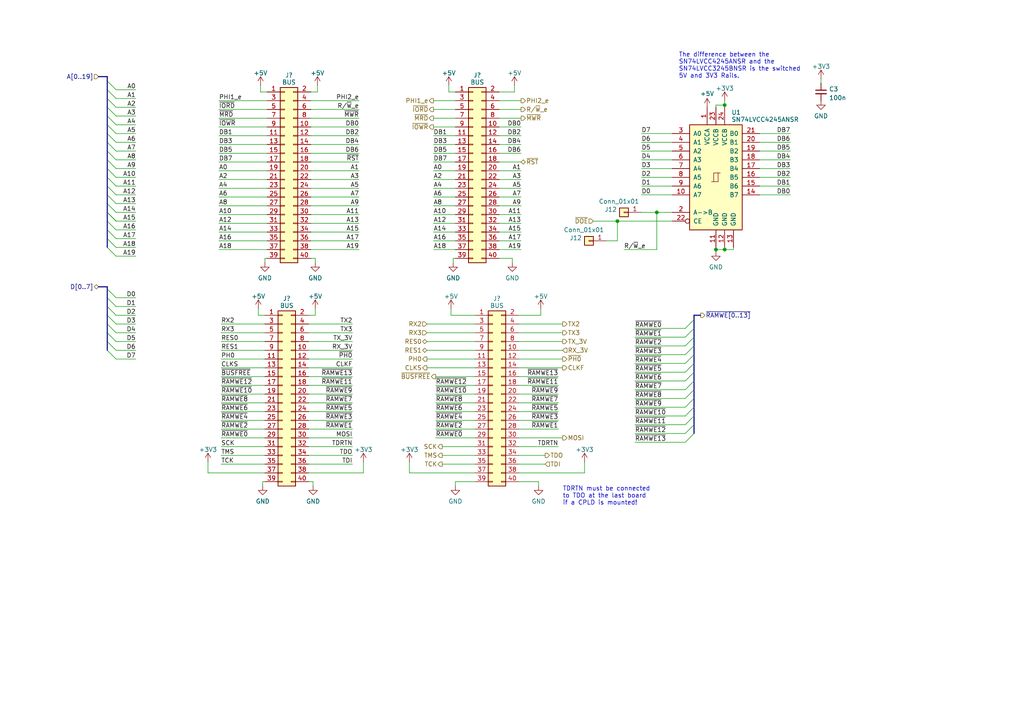
<source format=kicad_sch>
(kicad_sch (version 20230121) (generator eeschema)
  (paper "A4")
  (title_block (title "Unicomp v2 - MOS Multi Parallel Board") (date "2023-07-06") (rev "v1.1") (company "100% Offner") (comment 1 "v1: Initial") (comment 2 "v1.1: ~{DOE} is now ~{CS_ACIA} and ~{CS_ACIA2}, J27-1 is now inverted."))
  (lib_symbols
    (symbol "+5V_1" (power) (pin_names (offset 0))
      (property "Value" "+5V_1" (at 0 3.556 0))
      (symbol "+5V_1_0_1"
        (polyline (pts (xy -0.762 1.27) (xy 0 2.54)))
        (polyline (pts (xy 0 0) (xy 0 2.54)))
        (polyline (pts (xy 0 2.54) (xy 0.762 1.27)))
      )
      (symbol "+5V_1_1_1"
        (pin power_in line (at 0 0 90) (length 0) hide (name "+5V") (number "1"))
      )
    )
    (symbol "Connector_Generic:Conn_01x01" (pin_names (offset 1.016) hide)
      (property "Reference" "J" (at 0 2.54 0))
      (property "Value" "Conn_01x01" (at 0 -2.54 0))
      (symbol "Conn_01x01_1_1"
        (rectangle (start -1.27 0.127) (end 0 -0.127) (stroke (width 0.1524)))
        (rectangle (start -1.27 1.27) (end 1.27 -1.27) (stroke (width 0.254)) (fill (type background)))
        (pin passive line (at -5.08 0 0) (length 3.81) (name "Pin_1") (number "1"))
      )
    )
    (symbol "Connector_Generic:Conn_02x20_Odd_Even" (pin_names (offset 1.016) hide)
      (property "Reference" "J" (at 1.27 25.4 0))
      (property "Value" "Conn_02x20_Odd_Even" (at 1.27 -27.94 0))
      (symbol "Conn_02x20_Odd_Even_1_1"
        (rectangle (start -1.27 -25.273) (end 0 -25.527) (stroke (width 0.1524)))
        (rectangle (start -1.27 -22.733) (end 0 -22.987) (stroke (width 0.1524)))
        (rectangle (start -1.27 -20.193) (end 0 -20.447) (stroke (width 0.1524)))
        (rectangle (start -1.27 -17.653) (end 0 -17.907) (stroke (width 0.1524)))
        (rectangle (start -1.27 -15.113) (end 0 -15.367) (stroke (width 0.1524)))
        (rectangle (start -1.27 -12.573) (end 0 -12.827) (stroke (width 0.1524)))
        (rectangle (start -1.27 -10.033) (end 0 -10.287) (stroke (width 0.1524)))
        (rectangle (start -1.27 -7.493) (end 0 -7.747) (stroke (width 0.1524)))
        (rectangle (start -1.27 -4.953) (end 0 -5.207) (stroke (width 0.1524)))
        (rectangle (start -1.27 -2.413) (end 0 -2.667) (stroke (width 0.1524)))
        (rectangle (start -1.27 0.127) (end 0 -0.127) (stroke (width 0.1524)))
        (rectangle (start -1.27 2.667) (end 0 2.413) (stroke (width 0.1524)))
        (rectangle (start -1.27 5.207) (end 0 4.953) (stroke (width 0.1524)))
        (rectangle (start -1.27 7.747) (end 0 7.493) (stroke (width 0.1524)))
        (rectangle (start -1.27 10.287) (end 0 10.033) (stroke (width 0.1524)))
        (rectangle (start -1.27 12.827) (end 0 12.573) (stroke (width 0.1524)))
        (rectangle (start -1.27 15.367) (end 0 15.113) (stroke (width 0.1524)))
        (rectangle (start -1.27 17.907) (end 0 17.653) (stroke (width 0.1524)))
        (rectangle (start -1.27 20.447) (end 0 20.193) (stroke (width 0.1524)))
        (rectangle (start -1.27 22.987) (end 0 22.733) (stroke (width 0.1524)))
        (rectangle (start -1.27 24.13) (end 3.81 -26.67) (stroke (width 0.254)) (fill (type background)))
        (rectangle (start 3.81 -25.273) (end 2.54 -25.527) (stroke (width 0.1524)))
        (rectangle (start 3.81 -22.733) (end 2.54 -22.987) (stroke (width 0.1524)))
        (rectangle (start 3.81 -20.193) (end 2.54 -20.447) (stroke (width 0.1524)))
        (rectangle (start 3.81 -17.653) (end 2.54 -17.907) (stroke (width 0.1524)))
        (rectangle (start 3.81 -15.113) (end 2.54 -15.367) (stroke (width 0.1524)))
        (rectangle (start 3.81 -12.573) (end 2.54 -12.827) (stroke (width 0.1524)))
        (rectangle (start 3.81 -10.033) (end 2.54 -10.287) (stroke (width 0.1524)))
        (rectangle (start 3.81 -7.493) (end 2.54 -7.747) (stroke (width 0.1524)))
        (rectangle (start 3.81 -4.953) (end 2.54 -5.207) (stroke (width 0.1524)))
        (rectangle (start 3.81 -2.413) (end 2.54 -2.667) (stroke (width 0.1524)))
        (rectangle (start 3.81 0.127) (end 2.54 -0.127) (stroke (width 0.1524)))
        (rectangle (start 3.81 2.667) (end 2.54 2.413) (stroke (width 0.1524)))
        (rectangle (start 3.81 5.207) (end 2.54 4.953) (stroke (width 0.1524)))
        (rectangle (start 3.81 7.747) (end 2.54 7.493) (stroke (width 0.1524)))
        (rectangle (start 3.81 10.287) (end 2.54 10.033) (stroke (width 0.1524)))
        (rectangle (start 3.81 12.827) (end 2.54 12.573) (stroke (width 0.1524)))
        (rectangle (start 3.81 15.367) (end 2.54 15.113) (stroke (width 0.1524)))
        (rectangle (start 3.81 17.907) (end 2.54 17.653) (stroke (width 0.1524)))
        (rectangle (start 3.81 20.447) (end 2.54 20.193) (stroke (width 0.1524)))
        (rectangle (start 3.81 22.987) (end 2.54 22.733) (stroke (width 0.1524)))
        (pin passive line (at -5.08 22.86 0) (length 3.81) (name "Pin_1") (number "1"))
        (pin passive line (at 7.62 12.7 180) (length 3.81) (name "Pin_10") (number "10"))
        (pin passive line (at -5.08 10.16 0) (length 3.81) (name "Pin_11") (number "11"))
        (pin passive line (at 7.62 10.16 180) (length 3.81) (name "Pin_12") (number "12"))
        (pin passive line (at -5.08 7.62 0) (length 3.81) (name "Pin_13") (number "13"))
        (pin passive line (at 7.62 7.62 180) (length 3.81) (name "Pin_14") (number "14"))
        (pin passive line (at -5.08 5.08 0) (length 3.81) (name "Pin_15") (number "15"))
        (pin passive line (at 7.62 5.08 180) (length 3.81) (name "Pin_16") (number "16"))
        (pin passive line (at -5.08 2.54 0) (length 3.81) (name "Pin_17") (number "17"))
        (pin passive line (at 7.62 2.54 180) (length 3.81) (name "Pin_18") (number "18"))
        (pin passive line (at -5.08 0 0) (length 3.81) (name "Pin_19") (number "19"))
        (pin passive line (at 7.62 22.86 180) (length 3.81) (name "Pin_2") (number "2"))
        (pin passive line (at 7.62 0 180) (length 3.81) (name "Pin_20") (number "20"))
        (pin passive line (at -5.08 -2.54 0) (length 3.81) (name "Pin_21") (number "21"))
        (pin passive line (at 7.62 -2.54 180) (length 3.81) (name "Pin_22") (number "22"))
        (pin passive line (at -5.08 -5.08 0) (length 3.81) (name "Pin_23") (number "23"))
        (pin passive line (at 7.62 -5.08 180) (length 3.81) (name "Pin_24") (number "24"))
        (pin passive line (at -5.08 -7.62 0) (length 3.81) (name "Pin_25") (number "25"))
        (pin passive line (at 7.62 -7.62 180) (length 3.81) (name "Pin_26") (number "26"))
        (pin passive line (at -5.08 -10.16 0) (length 3.81) (name "Pin_27") (number "27"))
        (pin passive line (at 7.62 -10.16 180) (length 3.81) (name "Pin_28") (number "28"))
        (pin passive line (at -5.08 -12.7 0) (length 3.81) (name "Pin_29") (number "29"))
        (pin passive line (at -5.08 20.32 0) (length 3.81) (name "Pin_3") (number "3"))
        (pin passive line (at 7.62 -12.7 180) (length 3.81) (name "Pin_30") (number "30"))
        (pin passive line (at -5.08 -15.24 0) (length 3.81) (name "Pin_31") (number "31"))
        (pin passive line (at 7.62 -15.24 180) (length 3.81) (name "Pin_32") (number "32"))
        (pin passive line (at -5.08 -17.78 0) (length 3.81) (name "Pin_33") (number "33"))
        (pin passive line (at 7.62 -17.78 180) (length 3.81) (name "Pin_34") (number "34"))
        (pin passive line (at -5.08 -20.32 0) (length 3.81) (name "Pin_35") (number "35"))
        (pin passive line (at 7.62 -20.32 180) (length 3.81) (name "Pin_36") (number "36"))
        (pin passive line (at -5.08 -22.86 0) (length 3.81) (name "Pin_37") (number "37"))
        (pin passive line (at 7.62 -22.86 180) (length 3.81) (name "Pin_38") (number "38"))
        (pin passive line (at -5.08 -25.4 0) (length 3.81) (name "Pin_39") (number "39"))
        (pin passive line (at 7.62 20.32 180) (length 3.81) (name "Pin_4") (number "4"))
        (pin passive line (at 7.62 -25.4 180) (length 3.81) (name "Pin_40") (number "40"))
        (pin passive line (at -5.08 17.78 0) (length 3.81) (name "Pin_5") (number "5"))
        (pin passive line (at 7.62 17.78 180) (length 3.81) (name "Pin_6") (number "6"))
        (pin passive line (at -5.08 15.24 0) (length 3.81) (name "Pin_7") (number "7"))
        (pin passive line (at 7.62 15.24 180) (length 3.81) (name "Pin_8") (number "8"))
        (pin passive line (at -5.08 12.7 0) (length 3.81) (name "Pin_9") (number "9"))
      )
    )
    (symbol "Device:C_Small" (pin_numbers hide) (pin_names (offset 0.254) hide)
      (property "Reference" "C" (at 0.254 1.778 0))
      (property "Value" "C_Small" (at 0.254 -2.032 0))
      (symbol "C_Small_0_1"
        (polyline (pts (xy -1.524 -0.508) (xy 1.524 -0.508)) (stroke (width 0.3302)))
        (polyline (pts (xy -1.524 0.508) (xy 1.524 0.508)) (stroke (width 0.3048)))
      )
      (symbol "C_Small_1_1"
        (pin passive line (at 0 2.54 270) (length 2.032) (name "~") (number "1"))
        (pin passive line (at 0 -2.54 90) (length 2.032) (name "~") (number "2"))
      )
    )
    (symbol "my_ics_new:74LVC4245" (pin_names (offset 1.016))
      (property "Reference" "U" (at -7.62 19.05 0))
      (property "Value" "74LVC4245" (at -10.16 16.51 0))
      (symbol "74LVC4245_1_0"
        (polyline (pts (xy -0.635 -1.27) (xy -0.635 1.27) (xy 0.635 1.27)))
        (polyline (pts (xy -1.27 -1.27) (xy 0.635 -1.27) (xy 0.635 1.27) (xy 1.27 1.27)))
        (pin power_in line (at -2.54 20.32 270) (length 5.08) (name "VCCA") (number "1"))
        (pin tri_state line (at -12.7 -5.08 0) (length 5.08) (name "A7") (number "10"))
        (pin power_in line (at 0 -20.32 90) (length 5.08) (name "GND") (number "11"))
        (pin power_in line (at 2.54 -20.32 90) (length 5.08) (name "GND") (number "12"))
        (pin power_in line (at 5.08 -20.32 90) (length 5.08) (name "GND") (number "13"))
        (pin tri_state line (at 12.7 -5.08 180) (length 5.08) (name "B7") (number "14"))
        (pin tri_state line (at 12.7 -2.54 180) (length 5.08) (name "B6") (number "15"))
        (pin tri_state line (at 12.7 0 180) (length 5.08) (name "B5") (number "16"))
        (pin tri_state line (at 12.7 2.54 180) (length 5.08) (name "B4") (number "17"))
        (pin tri_state line (at 12.7 5.08 180) (length 5.08) (name "B3") (number "18"))
        (pin tri_state line (at 12.7 7.62 180) (length 5.08) (name "B2") (number "19"))
        (pin input line (at -12.7 -10.16 0) (length 5.08) (name "A->B") (number "2"))
        (pin tri_state line (at 12.7 10.16 180) (length 5.08) (name "B1") (number "20"))
        (pin tri_state line (at 12.7 12.7 180) (length 5.08) (name "B0") (number "21"))
        (pin input inverted (at -12.7 -12.7 0) (length 5.08) (name "CE") (number "22"))
        (pin power_in line (at 0 20.32 270) (length 5.08) (name "VCCB") (number "23"))
        (pin power_in line (at 2.54 20.32 270) (length 5.08) (name "VCCB") (number "24"))
        (pin tri_state line (at -12.7 12.7 0) (length 5.08) (name "A0") (number "3"))
        (pin tri_state line (at -12.7 10.16 0) (length 5.08) (name "A1") (number "4"))
        (pin tri_state line (at -12.7 7.62 0) (length 5.08) (name "A2") (number "5"))
        (pin tri_state line (at -12.7 5.08 0) (length 5.08) (name "A3") (number "6"))
        (pin tri_state line (at -12.7 2.54 0) (length 5.08) (name "A4") (number "7"))
        (pin tri_state line (at -12.7 0 0) (length 5.08) (name "A5") (number "8"))
        (pin tri_state line (at -12.7 -2.54 0) (length 5.08) (name "A6") (number "9"))
      )
      (symbol "74LVC4245_1_1"
        (rectangle (start -7.62 15.24) (end 7.62 -15.24) (stroke (width 0.254)) (fill (type background)))
      )
    )
    (symbol "power:+3V3" (power) (pin_names (offset 0))
      (property "Value" "+3V3" (at 0 3.556 0))
      (symbol "+3V3_0_1"
        (polyline (pts (xy -0.762 1.27) (xy 0 2.54)))
        (polyline (pts (xy 0 0) (xy 0 2.54)))
        (polyline (pts (xy 0 2.54) (xy 0.762 1.27)))
      )
      (symbol "+3V3_1_1"
        (pin power_in line (at 0 0 90) (length 0) hide (name "+3V3") (number "1"))
      )
    )
    (symbol "power:+5V" (power) (pin_names (offset 0))
      (property "Value" "+5V" (at 0 3.556 0))
      (symbol "+5V_0_1"
        (polyline (pts (xy -0.762 1.27) (xy 0 2.54)))
        (polyline (pts (xy 0 0) (xy 0 2.54)))
        (polyline (pts (xy 0 2.54) (xy 0.762 1.27)))
      )
      (symbol "+5V_1_1"
        (pin power_in line (at 0 0 90) (length 0) hide (name "+5V") (number "1"))
      )
    )
    (symbol "power:GND" (power) (pin_names (offset 0))
      (property "Value" "GND" (at 0 -3.81 0))
      (symbol "GND_0_1"
        (polyline (pts (xy 0 0) (xy 0 -1.27) (xy 1.27 -1.27) (xy 0 -2.54) (xy -1.27 -1.27) (xy 0 -1.27)))
      )
      (symbol "GND_1_1"
        (pin power_in line (at 0 0 270) (length 0) hide (name "GND") (number "1"))
      )
    )
  )
  (junction (at 210.185 72.39))
  (junction (at 179.07 64.135))
  (junction (at 190.5 61.595))
  (junction (at 210.185 30.48))
  (junction (at 207.645 72.39))
  (bus_entry (at 201.295 110.49) (size -2.54 2.54))
  (bus_entry (at 31.115 56.515) (size 2.54 2.54))
  (bus_entry (at 31.115 48.895) (size 2.54 2.54))
  (bus_entry (at 201.295 113.03) (size -2.54 2.54))
  (bus_entry (at 31.115 33.655) (size 2.54 2.54))
  (bus_entry (at 201.295 120.65) (size -2.54 2.54))
  (bus_entry (at 31.115 61.595) (size 2.54 2.54))
  (bus_entry (at 31.115 71.755) (size 2.54 2.54))
  (bus_entry (at 31.115 91.44) (size 2.54 2.54))
  (bus_entry (at 31.115 83.82) (size 2.54 2.54))
  (bus_entry (at 31.115 99.06) (size 2.54 2.54))
  (bus_entry (at 201.295 92.71) (size -2.54 2.54))
  (bus_entry (at 201.295 115.57) (size -2.54 2.54))
  (bus_entry (at 201.295 100.33) (size -2.54 2.54))
  (bus_entry (at 31.115 36.195) (size 2.54 2.54))
  (bus_entry (at 31.115 23.495) (size 2.54 2.54))
  (bus_entry (at 31.115 66.675) (size 2.54 2.54))
  (bus_entry (at 31.115 53.975) (size 2.54 2.54))
  (bus_entry (at 31.115 43.815) (size 2.54 2.54))
  (bus_entry (at 31.115 86.36) (size 2.54 2.54))
  (bus_entry (at 31.115 41.275) (size 2.54 2.54))
  (bus_entry (at 31.115 46.355) (size 2.54 2.54))
  (bus_entry (at 201.295 125.73) (size -2.54 2.54))
  (bus_entry (at 31.115 38.735) (size 2.54 2.54))
  (bus_entry (at 201.295 105.41) (size -2.54 2.54))
  (bus_entry (at 31.115 31.115) (size 2.54 2.54))
  (bus_entry (at 31.115 28.575) (size 2.54 2.54))
  (bus_entry (at 201.295 118.11) (size -2.54 2.54))
  (bus_entry (at 201.295 123.19) (size -2.54 2.54))
  (bus_entry (at 201.295 102.87) (size -2.54 2.54))
  (bus_entry (at 201.295 97.79) (size -2.54 2.54))
  (bus_entry (at 201.295 107.95) (size -2.54 2.54))
  (bus_entry (at 31.115 96.52) (size 2.54 2.54))
  (bus_entry (at 201.295 95.25) (size -2.54 2.54))
  (bus_entry (at 31.115 26.035) (size 2.54 2.54))
  (bus_entry (at 31.115 88.9) (size 2.54 2.54))
  (bus_entry (at 31.115 51.435) (size 2.54 2.54))
  (bus_entry (at 31.115 61.595) (size 2.54 2.54))
  (bus_entry (at 31.115 69.215) (size 2.54 2.54))
  (bus_entry (at 31.115 59.055) (size 2.54 2.54))
  (bus_entry (at 31.115 93.98) (size 2.54 2.54))
  (bus_entry (at 31.115 64.135) (size 2.54 2.54))
  (bus_entry (at 31.115 101.6) (size 2.54 2.54))
  (wire (pts (xy 89.535 127) (xy 102.235 127)))
  (wire (pts (xy 64.135 96.52) (xy 76.835 96.52)))
  (wire (pts (xy 39.37 91.44) (xy 33.655 91.44)))
  (wire (pts (xy 125.73 41.91) (xy 132.08 41.91)))
  (bus (pts (xy 31.115 91.44) (xy 31.115 88.9)))
  (wire (pts (xy 118.745 137.16) (xy 137.795 137.16)))
  (bus (pts (xy 201.295 107.95) (xy 201.295 110.49)))
  (bus (pts (xy 201.295 100.33) (xy 201.295 102.87)))
  (bus (pts (xy 31.115 31.115) (xy 31.115 28.575)))
  (wire (pts (xy 91.44 74.93) (xy 90.17 74.93)))
  (wire (pts (xy 126.365 121.92) (xy 137.795 121.92)))
  (wire (pts (xy 125.73 44.45) (xy 132.08 44.45)))
  (wire (pts (xy 63.5 29.21) (xy 77.47 29.21)))
  (wire (pts (xy 74.93 89.535) (xy 74.93 91.44)))
  (bus (pts (xy 201.295 105.41) (xy 201.295 107.95)))
  (wire (pts (xy 89.535 96.52) (xy 102.235 96.52)))
  (wire (pts (xy 144.78 57.15) (xy 151.13 57.15)))
  (wire (pts (xy 39.37 104.14) (xy 33.655 104.14)))
  (wire (pts (xy 89.535 104.14) (xy 102.235 104.14)))
  (wire (pts (xy 125.73 39.37) (xy 132.08 39.37)))
  (wire (pts (xy 63.5 64.77) (xy 77.47 64.77)))
  (wire (pts (xy 128.27 134.62) (xy 137.795 134.62)))
  (wire (pts (xy 64.135 93.98) (xy 76.835 93.98)))
  (wire (pts (xy 144.78 64.77) (xy 151.13 64.77)))
  (wire (pts (xy 144.78 69.85) (xy 151.13 69.85)))
  (wire (pts (xy 89.535 124.46) (xy 102.235 124.46)))
  (wire (pts (xy 64.135 134.62) (xy 76.835 134.62)))
  (wire (pts (xy 64.135 111.76) (xy 76.835 111.76)))
  (wire (pts (xy 123.825 104.14) (xy 137.795 104.14)))
  (wire (pts (xy 175.895 69.85) (xy 179.07 69.85)))
  (wire (pts (xy 89.535 129.54) (xy 102.235 129.54)))
  (wire (pts (xy 184.15 100.33) (xy 198.755 100.33)))
  (wire (pts (xy 131.445 74.93) (xy 132.08 74.93)))
  (wire (pts (xy 90.17 64.77) (xy 104.14 64.77)))
  (wire (pts (xy 186.055 43.815) (xy 194.945 43.815)))
  (wire (pts (xy 149.225 26.67) (xy 144.78 26.67)))
  (wire (pts (xy 39.37 69.215) (xy 33.655 69.215)))
  (wire (pts (xy 91.44 76.2) (xy 91.44 74.93)))
  (wire (pts (xy 130.81 89.535) (xy 130.81 91.44)))
  (wire (pts (xy 90.17 59.69) (xy 104.14 59.69)))
  (wire (pts (xy 130.81 91.44) (xy 137.795 91.44)))
  (wire (pts (xy 184.15 95.25) (xy 198.755 95.25)))
  (wire (pts (xy 63.5 36.83) (xy 77.47 36.83)))
  (wire (pts (xy 90.805 140.97) (xy 90.805 139.7)))
  (wire (pts (xy 126.365 119.38) (xy 137.795 119.38)))
  (wire (pts (xy 63.5 39.37) (xy 77.47 39.37)))
  (wire (pts (xy 64.135 132.08) (xy 76.835 132.08)))
  (wire (pts (xy 64.135 109.22) (xy 76.835 109.22)))
  (bus (pts (xy 201.295 92.71) (xy 201.295 95.25)))
  (wire (pts (xy 150.495 127) (xy 163.195 127)))
  (wire (pts (xy 125.73 69.85) (xy 132.08 69.85)))
  (wire (pts (xy 220.345 53.975) (xy 229.235 53.975)))
  (wire (pts (xy 190.5 61.595) (xy 194.945 61.595)))
  (wire (pts (xy 148.59 76.2) (xy 148.59 74.93)))
  (bus (pts (xy 31.115 99.06) (xy 31.115 96.52)))
  (wire (pts (xy 89.535 101.6) (xy 102.235 101.6)))
  (wire (pts (xy 89.535 116.84) (xy 102.235 116.84)))
  (bus (pts (xy 31.115 88.9) (xy 31.115 86.36)))
  (wire (pts (xy 125.73 46.99) (xy 132.08 46.99)))
  (wire (pts (xy 91.44 91.44) (xy 89.535 91.44)))
  (wire (pts (xy 75.565 24.765) (xy 75.565 26.67)))
  (wire (pts (xy 220.345 56.515) (xy 229.235 56.515)))
  (wire (pts (xy 125.73 31.75) (xy 132.08 31.75)))
  (wire (pts (xy 150.495 99.06) (xy 163.195 99.06)))
  (wire (pts (xy 39.37 36.195) (xy 33.655 36.195)))
  (wire (pts (xy 150.495 101.6) (xy 163.195 101.6)))
  (wire (pts (xy 39.37 56.515) (xy 33.655 56.515)))
  (bus (pts (xy 31.115 64.135) (xy 31.115 61.595)))
  (wire (pts (xy 39.37 61.595) (xy 33.655 61.595)))
  (wire (pts (xy 89.535 114.3) (xy 102.235 114.3)))
  (wire (pts (xy 149.225 24.765) (xy 149.225 26.67)))
  (wire (pts (xy 125.73 57.15) (xy 132.08 57.15)))
  (wire (pts (xy 220.345 43.815) (xy 229.235 43.815)))
  (wire (pts (xy 39.37 51.435) (xy 33.655 51.435)))
  (wire (pts (xy 90.17 36.83) (xy 104.14 36.83)))
  (wire (pts (xy 76.835 74.93) (xy 77.47 74.93)))
  (wire (pts (xy 179.07 64.135) (xy 194.945 64.135)))
  (wire (pts (xy 39.37 48.895) (xy 33.655 48.895)))
  (bus (pts (xy 31.115 43.815) (xy 31.115 41.275)))
  (wire (pts (xy 92.075 24.765) (xy 92.075 26.67)))
  (wire (pts (xy 105.41 133.985) (xy 105.41 137.16)))
  (wire (pts (xy 126.365 116.84) (xy 137.795 116.84)))
  (wire (pts (xy 90.17 31.75) (xy 104.14 31.75)))
  (bus (pts (xy 31.115 86.36) (xy 31.115 83.82)))
  (wire (pts (xy 39.37 88.9) (xy 33.655 88.9)))
  (wire (pts (xy 150.495 96.52) (xy 163.195 96.52)))
  (wire (pts (xy 184.15 105.41) (xy 198.755 105.41)))
  (wire (pts (xy 150.495 129.54) (xy 161.925 129.54)))
  (bus (pts (xy 31.115 69.215) (xy 31.115 66.675)))
  (wire (pts (xy 184.15 128.27) (xy 198.755 128.27)))
  (wire (pts (xy 64.135 124.46) (xy 76.835 124.46)))
  (wire (pts (xy 39.37 46.355) (xy 33.655 46.355)))
  (wire (pts (xy 207.645 72.39) (xy 210.185 72.39)))
  (wire (pts (xy 125.73 59.69) (xy 132.08 59.69)))
  (wire (pts (xy 39.37 96.52) (xy 33.655 96.52)))
  (wire (pts (xy 39.37 38.735) (xy 33.655 38.735)))
  (wire (pts (xy 150.495 93.98) (xy 163.195 93.98)))
  (wire (pts (xy 125.73 36.83) (xy 132.08 36.83)))
  (wire (pts (xy 125.73 52.07) (xy 132.08 52.07)))
  (wire (pts (xy 220.345 48.895) (xy 229.235 48.895)))
  (wire (pts (xy 39.37 33.655) (xy 33.655 33.655)))
  (wire (pts (xy 63.5 31.75) (xy 77.47 31.75)))
  (wire (pts (xy 76.2 139.7) (xy 76.835 139.7)))
  (wire (pts (xy 184.15 120.65) (xy 198.755 120.65)))
  (wire (pts (xy 60.325 133.985) (xy 60.325 137.16)))
  (wire (pts (xy 130.175 26.67) (xy 132.08 26.67)))
  (bus (pts (xy 201.295 113.03) (xy 201.295 115.57)))
  (wire (pts (xy 220.345 46.355) (xy 229.235 46.355)))
  (wire (pts (xy 207.645 30.48) (xy 210.185 30.48)))
  (wire (pts (xy 186.055 41.275) (xy 194.945 41.275)))
  (bus (pts (xy 31.115 38.735) (xy 31.115 36.195)))
  (wire (pts (xy 63.5 52.07) (xy 77.47 52.07)))
  (bus (pts (xy 31.115 93.98) (xy 31.115 91.44)))
  (wire (pts (xy 39.37 43.815) (xy 33.655 43.815)))
  (wire (pts (xy 184.15 113.03) (xy 198.755 113.03)))
  (wire (pts (xy 76.835 76.2) (xy 76.835 74.93)))
  (wire (pts (xy 156.845 91.44) (xy 150.495 91.44)))
  (wire (pts (xy 63.5 72.39) (xy 77.47 72.39)))
  (wire (pts (xy 186.055 53.975) (xy 194.945 53.975)))
  (wire (pts (xy 90.17 69.85) (xy 104.14 69.85)))
  (wire (pts (xy 207.645 72.39) (xy 207.645 71.755)))
  (wire (pts (xy 89.535 119.38) (xy 102.235 119.38)))
  (wire (pts (xy 63.5 62.23) (xy 77.47 62.23)))
  (wire (pts (xy 89.535 137.16) (xy 105.41 137.16)))
  (bus (pts (xy 201.295 120.65) (xy 201.295 123.19)))
  (wire (pts (xy 63.5 59.69) (xy 77.47 59.69)))
  (bus (pts (xy 201.295 118.11) (xy 201.295 120.65)))
  (wire (pts (xy 64.135 129.54) (xy 76.835 129.54)))
  (wire (pts (xy 169.545 133.985) (xy 169.545 137.16)))
  (wire (pts (xy 64.135 116.84) (xy 76.835 116.84)))
  (wire (pts (xy 90.17 57.15) (xy 104.14 57.15)))
  (wire (pts (xy 123.825 96.52) (xy 137.795 96.52)))
  (wire (pts (xy 125.73 62.23) (xy 132.08 62.23)))
  (bus (pts (xy 31.115 51.435) (xy 31.115 48.895)))
  (bus (pts (xy 31.115 53.975) (xy 31.115 51.435)))
  (wire (pts (xy 90.805 139.7) (xy 89.535 139.7)))
  (wire (pts (xy 39.37 64.135) (xy 33.655 64.135)))
  (wire (pts (xy 184.15 110.49) (xy 198.755 110.49)))
  (wire (pts (xy 89.535 121.92) (xy 102.235 121.92)))
  (bus (pts (xy 201.295 123.19) (xy 201.295 125.73)))
  (wire (pts (xy 144.78 62.23) (xy 151.13 62.23)))
  (wire (pts (xy 125.73 34.29) (xy 132.08 34.29)))
  (bus (pts (xy 31.115 71.755) (xy 31.115 69.215)))
  (wire (pts (xy 64.135 106.68) (xy 76.835 106.68)))
  (wire (pts (xy 144.78 67.31) (xy 151.13 67.31)))
  (bus (pts (xy 201.295 115.57) (xy 201.295 118.11)))
  (wire (pts (xy 63.5 54.61) (xy 77.47 54.61)))
  (bus (pts (xy 31.115 48.895) (xy 31.115 46.355)))
  (wire (pts (xy 150.495 134.62) (xy 158.115 134.62)))
  (wire (pts (xy 220.345 41.275) (xy 229.235 41.275)))
  (wire (pts (xy 64.135 104.14) (xy 76.835 104.14)))
  (wire (pts (xy 39.37 99.06) (xy 33.655 99.06)))
  (bus (pts (xy 31.115 28.575) (xy 31.115 26.035)))
  (wire (pts (xy 125.73 67.31) (xy 132.08 67.31)))
  (wire (pts (xy 144.78 49.53) (xy 151.13 49.53)))
  (wire (pts (xy 60.325 137.16) (xy 76.835 137.16)))
  (wire (pts (xy 39.37 86.36) (xy 33.655 86.36)))
  (wire (pts (xy 150.495 114.3) (xy 161.925 114.3)))
  (bus (pts (xy 31.115 83.185) (xy 28.575 83.185)))
  (wire (pts (xy 123.825 99.06) (xy 137.795 99.06)))
  (wire (pts (xy 63.5 34.29) (xy 77.47 34.29)))
  (wire (pts (xy 144.78 34.29) (xy 151.13 34.29)))
  (wire (pts (xy 123.825 106.68) (xy 137.795 106.68)))
  (wire (pts (xy 179.07 69.85) (xy 179.07 64.135)))
  (wire (pts (xy 220.345 51.435) (xy 229.235 51.435)))
  (wire (pts (xy 63.5 46.99) (xy 77.47 46.99)))
  (wire (pts (xy 89.535 93.98) (xy 102.235 93.98)))
  (wire (pts (xy 144.78 29.21) (xy 151.13 29.21)))
  (wire (pts (xy 128.27 132.08) (xy 137.795 132.08)))
  (wire (pts (xy 75.565 26.67) (xy 77.47 26.67)))
  (wire (pts (xy 131.445 76.2) (xy 131.445 74.93)))
  (wire (pts (xy 76.2 140.97) (xy 76.2 139.7)))
  (wire (pts (xy 125.73 72.39) (xy 132.08 72.39)))
  (wire (pts (xy 118.745 133.985) (xy 118.745 137.16)))
  (wire (pts (xy 150.495 106.68) (xy 163.195 106.68)))
  (wire (pts (xy 64.135 121.92) (xy 76.835 121.92)))
  (wire (pts (xy 39.37 74.295) (xy 33.655 74.295)))
  (wire (pts (xy 90.17 44.45) (xy 104.14 44.45)))
  (wire (pts (xy 144.78 54.61) (xy 151.13 54.61)))
  (wire (pts (xy 186.055 56.515) (xy 194.945 56.515)))
  (bus (pts (xy 31.115 56.515) (xy 31.115 53.975)))
  (wire (pts (xy 63.5 69.85) (xy 77.47 69.85)))
  (wire (pts (xy 39.37 31.115) (xy 33.655 31.115)))
  (wire (pts (xy 89.535 134.62) (xy 102.235 134.62)))
  (wire (pts (xy 90.17 62.23) (xy 104.14 62.23)))
  (wire (pts (xy 212.725 72.39) (xy 212.725 71.755)))
  (wire (pts (xy 64.135 114.3) (xy 76.835 114.3)))
  (wire (pts (xy 90.17 49.53) (xy 104.14 49.53)))
  (bus (pts (xy 31.115 46.355) (xy 31.115 43.815)))
  (wire (pts (xy 64.135 127) (xy 76.835 127)))
  (bus (pts (xy 201.295 97.79) (xy 201.295 100.33)))
  (wire (pts (xy 92.075 26.67) (xy 90.17 26.67)))
  (wire (pts (xy 210.185 72.39) (xy 212.725 72.39)))
  (wire (pts (xy 144.78 44.45) (xy 151.13 44.45)))
  (wire (pts (xy 150.495 121.92) (xy 161.925 121.92)))
  (wire (pts (xy 132.08 139.7) (xy 137.795 139.7)))
  (wire (pts (xy 184.15 107.95) (xy 198.755 107.95)))
  (wire (pts (xy 144.78 59.69) (xy 151.13 59.69)))
  (wire (pts (xy 74.93 91.44) (xy 76.835 91.44)))
  (wire (pts (xy 150.495 109.22) (xy 161.925 109.22)))
  (wire (pts (xy 150.495 132.08) (xy 158.115 132.08)))
  (wire (pts (xy 210.185 30.48) (xy 210.185 31.115)))
  (wire (pts (xy 180.975 72.39) (xy 190.5 72.39)))
  (wire (pts (xy 125.73 54.61) (xy 132.08 54.61)))
  (wire (pts (xy 126.365 127) (xy 137.795 127)))
  (wire (pts (xy 126.365 109.22) (xy 137.795 109.22)))
  (wire (pts (xy 128.27 129.54) (xy 137.795 129.54)))
  (wire (pts (xy 89.535 109.22) (xy 102.235 109.22)))
  (wire (pts (xy 63.5 67.31) (xy 77.47 67.31)))
  (wire (pts (xy 207.645 73.025) (xy 207.645 72.39)))
  (wire (pts (xy 63.5 41.91) (xy 77.47 41.91)))
  (wire (pts (xy 186.055 51.435) (xy 194.945 51.435)))
  (wire (pts (xy 39.37 59.055) (xy 33.655 59.055)))
  (wire (pts (xy 63.5 44.45) (xy 77.47 44.45)))
  (wire (pts (xy 210.185 72.39) (xy 210.185 71.755)))
  (bus (pts (xy 201.295 91.44) (xy 201.295 92.71)))
  (bus (pts (xy 201.295 95.25) (xy 201.295 97.79)))
  (wire (pts (xy 184.15 123.19) (xy 198.755 123.19)))
  (wire (pts (xy 172.085 64.135) (xy 179.07 64.135)))
  (wire (pts (xy 91.44 89.535) (xy 91.44 91.44)))
  (wire (pts (xy 39.37 93.98) (xy 33.655 93.98)))
  (wire (pts (xy 184.15 97.79) (xy 198.755 97.79)))
  (wire (pts (xy 39.37 101.6) (xy 33.655 101.6)))
  (wire (pts (xy 184.15 102.87) (xy 198.755 102.87)))
  (wire (pts (xy 144.78 31.75) (xy 151.13 31.75)))
  (wire (pts (xy 238.125 22.86) (xy 238.125 24.13)))
  (wire (pts (xy 126.365 124.46) (xy 137.795 124.46)))
  (bus (pts (xy 31.115 36.195) (xy 31.115 33.655)))
  (wire (pts (xy 90.17 41.91) (xy 104.14 41.91)))
  (wire (pts (xy 63.5 57.15) (xy 77.47 57.15)))
  (wire (pts (xy 148.59 74.93) (xy 144.78 74.93)))
  (wire (pts (xy 90.17 39.37) (xy 104.14 39.37)))
  (wire (pts (xy 90.17 34.29) (xy 104.14 34.29)))
  (wire (pts (xy 39.37 41.275) (xy 33.655 41.275)))
  (wire (pts (xy 156.845 89.535) (xy 156.845 91.44)))
  (wire (pts (xy 125.73 64.77) (xy 132.08 64.77)))
  (wire (pts (xy 39.37 28.575) (xy 33.655 28.575)))
  (bus (pts (xy 201.295 110.49) (xy 201.295 113.03)))
  (wire (pts (xy 126.365 114.3) (xy 137.795 114.3)))
  (wire (pts (xy 144.78 41.91) (xy 151.13 41.91)))
  (wire (pts (xy 144.78 46.99) (xy 151.13 46.99)))
  (bus (pts (xy 201.295 102.87) (xy 201.295 105.41)))
  (wire (pts (xy 150.495 116.84) (xy 161.925 116.84)))
  (wire (pts (xy 89.535 99.06) (xy 102.235 99.06)))
  (bus (pts (xy 31.115 59.055) (xy 31.115 56.515)))
  (wire (pts (xy 184.15 115.57) (xy 198.755 115.57)))
  (bus (pts (xy 203.2 91.44) (xy 201.295 91.44)))
  (wire (pts (xy 156.21 139.7) (xy 150.495 139.7)))
  (wire (pts (xy 150.495 111.76) (xy 161.925 111.76)))
  (bus (pts (xy 31.115 41.275) (xy 31.115 38.735)))
  (wire (pts (xy 186.055 38.735) (xy 194.945 38.735)))
  (wire (pts (xy 125.73 29.21) (xy 132.08 29.21)))
  (wire (pts (xy 184.15 125.73) (xy 198.755 125.73)))
  (bus (pts (xy 31.115 26.035) (xy 31.115 23.495)))
  (wire (pts (xy 64.135 101.6) (xy 76.835 101.6)))
  (wire (pts (xy 207.645 31.115) (xy 207.645 30.48)))
  (wire (pts (xy 89.535 111.76) (xy 102.235 111.76)))
  (wire (pts (xy 186.055 48.895) (xy 194.945 48.895)))
  (wire (pts (xy 126.365 111.76) (xy 137.795 111.76)))
  (wire (pts (xy 186.055 46.355) (xy 194.945 46.355)))
  (wire (pts (xy 190.5 72.39) (xy 190.5 61.595)))
  (wire (pts (xy 132.08 140.97) (xy 132.08 139.7)))
  (bus (pts (xy 31.115 61.595) (xy 31.115 59.055)))
  (wire (pts (xy 150.495 119.38) (xy 161.925 119.38)))
  (wire (pts (xy 39.37 71.755) (xy 33.655 71.755)))
  (wire (pts (xy 39.37 66.675) (xy 33.655 66.675)))
  (wire (pts (xy 150.495 124.46) (xy 161.925 124.46)))
  (bus (pts (xy 31.115 23.495) (xy 31.115 22.225)))
  (wire (pts (xy 130.175 24.765) (xy 130.175 26.67)))
  (wire (pts (xy 156.21 140.97) (xy 156.21 139.7)))
  (bus (pts (xy 31.115 96.52) (xy 31.115 93.98)))
  (wire (pts (xy 90.17 67.31) (xy 104.14 67.31)))
  (wire (pts (xy 63.5 49.53) (xy 77.47 49.53)))
  (wire (pts (xy 90.17 29.21) (xy 104.14 29.21)))
  (wire (pts (xy 186.055 61.595) (xy 190.5 61.595)))
  (wire (pts (xy 184.15 118.11) (xy 198.755 118.11)))
  (wire (pts (xy 123.825 93.98) (xy 137.795 93.98)))
  (wire (pts (xy 150.495 137.16) (xy 169.545 137.16)))
  (wire (pts (xy 90.17 52.07) (xy 104.14 52.07)))
  (wire (pts (xy 90.17 54.61) (xy 104.14 54.61)))
  (wire (pts (xy 125.73 49.53) (xy 132.08 49.53)))
  (wire (pts (xy 39.37 26.035) (xy 33.655 26.035)))
  (wire (pts (xy 123.825 101.6) (xy 137.795 101.6)))
  (bus (pts (xy 31.115 83.82) (xy 31.115 83.185)))
  (wire (pts (xy 144.78 72.39) (xy 151.13 72.39)))
  (bus (pts (xy 31.115 101.6) (xy 31.115 99.06)))
  (wire (pts (xy 90.17 72.39) (xy 104.14 72.39)))
  (bus (pts (xy 31.115 66.675) (xy 31.115 64.135)))
  (wire (pts (xy 220.345 38.735) (xy 229.235 38.735)))
  (wire (pts (xy 144.78 39.37) (xy 151.13 39.37)))
  (wire (pts (xy 150.495 104.14) (xy 163.195 104.14)))
  (wire (pts (xy 144.78 52.07) (xy 151.13 52.07)))
  (wire (pts (xy 89.535 106.68) (xy 102.235 106.68)))
  (wire (pts (xy 64.135 99.06) (xy 76.835 99.06)))
  (wire (pts (xy 90.17 46.99) (xy 104.14 46.99)))
  (bus (pts (xy 31.115 22.225) (xy 28.575 22.225)))
  (wire (pts (xy 144.78 36.83) (xy 151.13 36.83)))
  (wire (pts (xy 210.185 29.21) (xy 210.185 30.48)))
  (wire (pts (xy 89.535 132.08) (xy 102.235 132.08)))
  (wire (pts (xy 39.37 53.975) (xy 33.655 53.975)))
  (wire (pts (xy 64.135 119.38) (xy 76.835 119.38)))
  (bus (pts (xy 31.115 33.655) (xy 31.115 31.115)))
  (text "The difference between the \nSN74LVCC4245ANSR and the\nSN74LVCC3245BNSR is the switched\n5V and 3V3 Rails." (at 196.85 22.86 0) (effects (font (size 1.27 1.27)) (justify left bottom)))
  (text "TDRTN must be connected \nto TDO at the last board\nif a CPLD is mounted!" (at 163.195 146.685 0) (effects (font (size 1.27 1.27)) (justify left bottom)))
  (label "DB7" (at 63.5 46.99 0))
  (label "CLKF" (at 102.235 106.68 180))
  (label "SCK" (at 64.135 129.54 0))
  (label "~{RAMWE6}" (at 64.135 119.38 0))
  (label "~{RAMWE3}" (at 161.925 121.92 180))
  (label "~{RAMWE8}" (at 184.15 115.57 0))
  (label "A19" (at 151.13 72.39 180))
  (label "TDI" (at 102.235 134.62 180))
  (label "A15" (at 151.13 67.31 180))
  (label "~{RAMWE6}" (at 184.15 110.49 0))
  (label "A0" (at 39.37 26.035 180))
  (label "A17" (at 39.37 69.215 180))
  (label "~{RAMWE2}" (at 126.365 124.46 0))
  (label "~{RAMWE5}" (at 184.15 107.95 0))
  (label "A17" (at 104.14 69.85 180))
  (label "~{RAMWE8}" (at 64.135 116.84 0))
  (label "A0" (at 63.5 49.53 0))
  (label "TDRTN" (at 102.235 129.54 180))
  (label "~{RAMWE10}" (at 126.365 114.3 0))
  (label "A6" (at 63.5 57.15 0))
  (label "D1" (at 39.37 88.9 180))
  (label "A18" (at 63.5 72.39 0))
  (label "~{RAMWE5}" (at 102.235 119.38 180))
  (label "TDRTN" (at 161.925 129.54 180))
  (label "A7" (at 151.13 57.15 180))
  (label "A17" (at 151.13 69.85 180))
  (label "DB7" (at 125.73 46.99 0))
  (label "A11" (at 151.13 62.23 180))
  (label "DB6" (at 151.13 44.45 180))
  (label "DB2" (at 229.235 51.435 180))
  (label "PH0" (at 64.135 104.14 0))
  (label "DB7" (at 229.235 38.735 180))
  (label "~{RAMWE12}" (at 184.15 125.73 0))
  (label "A13" (at 104.14 64.77 180))
  (label "A0" (at 125.73 49.53 0))
  (label "~{RAMWE9}" (at 102.235 114.3 180))
  (label "A16" (at 63.5 69.85 0))
  (label "A5" (at 39.37 38.735 180))
  (label "A15" (at 39.37 64.135 180))
  (label "A9" (at 39.37 48.895 180))
  (label "~{RAMWE7}" (at 184.15 113.03 0))
  (label "A4" (at 125.73 54.61 0))
  (label "D7" (at 39.37 104.14 180))
  (label "~{RAMWE4}" (at 126.365 121.92 0))
  (label "A5" (at 104.14 54.61 180))
  (label "A12" (at 63.5 64.77 0))
  (label "DB2" (at 104.14 39.37 180))
  (label "A8" (at 63.5 59.69 0))
  (label "~{RAMWE1}" (at 102.235 124.46 180))
  (label "DB5" (at 229.235 43.815 180))
  (label "~{BUSFREE}" (at 64.135 109.22 0))
  (label "A11" (at 39.37 53.975 180))
  (label "A2" (at 63.5 52.07 0))
  (label "D6" (at 39.37 101.6 180))
  (label "~{RAMWE11}" (at 161.925 111.76 180))
  (label "A5" (at 151.13 54.61 180))
  (label "D3" (at 186.055 48.895 0))
  (label "A11" (at 104.14 62.23 180))
  (label "~{RAMWE13}" (at 184.15 128.27 0))
  (label "~{RAMWE0}" (at 64.135 127 0))
  (label "RX2" (at 64.135 93.98 0))
  (label "~{RAMWE9}" (at 184.15 118.11 0))
  (label "D3" (at 39.37 93.98 180))
  (label "A7" (at 104.14 57.15 180))
  (label "~{PH0}" (at 102.235 104.14 180))
  (label "~{RAMWE11}" (at 184.15 123.19 0))
  (label "A10" (at 39.37 51.435 180))
  (label "~{RAMWE10}" (at 64.135 114.3 0))
  (label "A16" (at 125.73 69.85 0))
  (label "A9" (at 151.13 59.69 180))
  (label "~{IORD}" (at 63.5 31.75 0))
  (label "A3" (at 151.13 52.07 180))
  (label "A2" (at 125.73 52.07 0))
  (label "~{RAMWE10}" (at 184.15 120.65 0))
  (label "DB0" (at 229.235 56.515 180))
  (label "A7" (at 39.37 43.815 180))
  (label "RES0" (at 64.135 99.06 0))
  (label "A15" (at 104.14 67.31 180))
  (label "D1" (at 186.055 53.975 0))
  (label "~{RAMWE13}" (at 102.235 109.22 180))
  (label "~{RAMWE2}" (at 64.135 124.46 0))
  (label "D6" (at 186.055 41.275 0))
  (label "~{MWR}" (at 104.14 34.29 180))
  (label "D4" (at 186.055 46.355 0))
  (label "A19" (at 104.14 72.39 180))
  (label "DB3" (at 63.5 41.91 0))
  (label "~{RAMWE0}" (at 126.365 127 0))
  (label "~{RAMWE5}" (at 161.925 119.38 180))
  (label "DB4" (at 151.13 41.91 180))
  (label "A3" (at 39.37 33.655 180))
  (label "~{RAMWE1}" (at 184.15 97.79 0))
  (label "DB0" (at 151.13 36.83 180))
  (label "A14" (at 63.5 67.31 0))
  (label "A10" (at 125.73 62.23 0))
  (label "~{RST}" (at 104.14 46.99 180))
  (label "TMS" (at 64.135 132.08 0))
  (label "DB1" (at 125.73 39.37 0))
  (label "~{RAMWE12}" (at 126.365 111.76 0))
  (label "DB4" (at 104.14 41.91 180))
  (label "A12" (at 39.37 56.515 180))
  (label "DB1" (at 229.235 53.975 180))
  (label "DB5" (at 125.73 44.45 0))
  (label "A8" (at 125.73 59.69 0))
  (label "DB3" (at 229.235 48.895 180))
  (label "~{IOWR}" (at 63.5 36.83 0))
  (label "A4" (at 39.37 36.195 180))
  (label "~{RAMWE4}" (at 184.15 105.41 0))
  (label "A10" (at 63.5 62.23 0))
  (label "A14" (at 39.37 61.595 180))
  (label "~{RAMWE4}" (at 64.135 121.92 0))
  (label "DB6" (at 104.14 44.45 180))
  (label "CLKS" (at 64.135 106.68 0))
  (label "A2" (at 39.37 31.115 180))
  (label "DB5" (at 63.5 44.45 0))
  (label "R{slash}~{W}_e" (at 104.14 31.75 180))
  (label "DB2" (at 151.13 39.37 180))
  (label "PHI2_e" (at 104.14 29.21 180))
  (label "RES1" (at 64.135 101.6 0))
  (label "D7" (at 186.055 38.735 0))
  (label "DB1" (at 63.5 39.37 0))
  (label "TCK" (at 64.135 134.62 0))
  (label "D0" (at 39.37 86.36 180))
  (label "~{RAMWE0}" (at 184.15 95.25 0))
  (label "RX3" (at 64.135 96.52 0))
  (label "A6" (at 125.73 57.15 0))
  (label "~{RAMWE13}" (at 161.925 109.22 180))
  (label "A13" (at 39.37 59.055 180))
  (label "D2" (at 39.37 91.44 180))
  (label "A14" (at 125.73 67.31 0))
  (label "A18" (at 39.37 71.755 180))
  (label "MOSI" (at 102.235 127 180))
  (label "A13" (at 151.13 64.77 180))
  (label "R{slash}~{W}_e" (at 180.975 72.39 0))
  (label "~{RAMWE3}" (at 102.235 121.92 180))
  (label "A1" (at 104.14 49.53 180))
  (label "TX_3V" (at 102.235 99.06 180))
  (label "D5" (at 186.055 43.815 0))
  (label "A12" (at 125.73 64.77 0))
  (label "A3" (at 104.14 52.07 180))
  (label "A4" (at 63.5 54.61 0))
  (label "D4" (at 39.37 96.52 180))
  (label "~{RAMWE2}" (at 184.15 100.33 0))
  (label "DB3" (at 125.73 41.91 0))
  (label "~{RAMWE12}" (at 64.135 111.76 0))
  (label "DB6" (at 229.235 41.275 180))
  (label "DB4" (at 229.235 46.355 180))
  (label "D2" (at 186.055 51.435 0))
  (label "A9" (at 104.14 59.69 180))
  (label "A6" (at 39.37 41.275 180))
  (label "A18" (at 125.73 72.39 0))
  (label "~{RAMWE8}" (at 126.365 116.84 0))
  (label "TDO" (at 102.235 132.08 180))
  (label "~{RAMWE3}" (at 184.15 102.87 0))
  (label "~{RAMWE6}" (at 126.365 119.38 0))
  (label "DB0" (at 104.14 36.83 180))
  (label "~{MRD}" (at 63.5 34.29 0))
  (label "~{RAMWE1}" (at 161.925 124.46 180))
  (label "D5" (at 39.37 99.06 180))
  (label "A19" (at 39.37 74.295 180))
  (label "TX3" (at 102.235 96.52 180))
  (label "PHI1_e" (at 63.5 29.21 0))
  (label "~{RAMWE7}" (at 102.235 116.84 180))
  (label "RX_3V" (at 102.235 101.6 180))
  (label "D0" (at 186.055 56.515 0))
  (label "A16" (at 39.37 66.675 180))
  (label "~{RAMWE7}" (at 161.925 116.84 180))
  (label "TX2" (at 102.235 93.98 180))
  (label "~{RAMWE9}" (at 161.925 114.3 180))
  (label "A8" (at 39.37 46.355 180))
  (label "~{RAMWE11}" (at 102.235 111.76 180))
  (label "A1" (at 39.37 28.575 180))
  (label "A1" (at 151.13 49.53 180))
  (hierarchical_label "RES1" (shape bidirectional) (at 123.825 101.6 180))
  (hierarchical_label "~{BUSFREE}" (shape output) (at 126.365 109.22 180))
  (hierarchical_label "D[0..7]" (shape bidirectional) (at 28.575 83.185 180))
  (hierarchical_label "MOSI" (shape output) (at 163.195 127 0))
  (hierarchical_label "~{IOWR}" (shape output) (at 125.73 36.83 180))
  (hierarchical_label "A[0..19]" (shape input) (at 28.575 22.225 180))
  (hierarchical_label "~{RAMWE[0..13]}" (shape output) (at 203.2 91.44 0))
  (hierarchical_label "TX_3V" (shape output) (at 163.195 99.06 0))
  (hierarchical_label "RES0" (shape bidirectional) (at 123.825 99.06 180))
  (hierarchical_label "~{RST}" (shape bidirectional) (at 151.13 46.99 0))
  (hierarchical_label "PH0" (shape output) (at 123.825 104.14 180))
  (hierarchical_label "TCK" (shape output) (at 128.27 134.62 180))
  (hierarchical_label "SCK" (shape output) (at 128.27 129.54 180))
  (hierarchical_label "PHI1_e" (shape output) (at 125.73 29.21 180))
  (hierarchical_label "RX2" (shape input) (at 123.825 93.98 180))
  (hierarchical_label "RX_3V" (shape input) (at 163.195 101.6 0))
  (hierarchical_label "~{IORD}" (shape output) (at 125.73 31.75 180))
  (hierarchical_label "TX3" (shape output) (at 163.195 96.52 0))
  (hierarchical_label "~{DOE}" (shape input) (at 172.085 64.135 180))
  (hierarchical_label "~{MRD}" (shape output) (at 125.73 34.29 180))
  (hierarchical_label "~{MWR}" (shape output) (at 151.13 34.29 0))
  (hierarchical_label "R{slash}~{W}_e" (shape output) (at 151.13 31.75 0))
  (hierarchical_label "TMS" (shape output) (at 128.27 132.08 180))
  (hierarchical_label "CLKF" (shape output) (at 163.195 106.68 0))
  (hierarchical_label "CLKS" (shape output) (at 123.825 106.68 180))
  (hierarchical_label "TX2" (shape output) (at 163.195 93.98 0))
  (hierarchical_label "TDI" (shape input) (at 158.115 134.62 0))
  (hierarchical_label "TDO" (shape output) (at 158.115 132.08 0))
  (hierarchical_label "~{PH0}" (shape output) (at 163.195 104.14 0))
  (hierarchical_label "PHI2_e" (shape output) (at 151.13 29.21 0))
  (hierarchical_label "RX3" (shape input) (at 123.825 96.52 180))
  (symbol (lib_id "Connector_Generic:Conn_01x01") (at 180.975 61.595 0) (mirror y) (unit 1)
    (property "Reference" "J12" (at 178.943 60.7603 0) (effects (justify left)))
    (property "Value" "Conn_01x01" (at 185.42 58.42 0) (effects (justify left)))
    (property "Footprint" "Connector_PinHeader_2.00mm:PinHeader_1x01_P2.00mm_Vertical" (effects hide))
    (instances (project "MOS_MultiParallel_2" (path "" (reference "J12") (unit 1)) (path "" (reference "J17") (unit 1))))
  )
  (symbol (lib_id "Connector_Generic:Conn_01x01") (at 170.815 69.85 0) (mirror y) (unit 1)
    (property "Reference" "J12" (at 168.783 69.0153 0) (effects (justify left)))
    (property "Value" "Conn_01x01" (at 175.26 66.675 0) (effects (justify left)))
    (property "Footprint" "Connector_PinHeader_2.00mm:PinHeader_1x01_P2.00mm_Vertical" (effects hide))
    (instances (project "MOS_MultiParallel_2" (path "" (reference "J12") (unit 1)) (path "" (reference "J18") (unit 1))))
  )
  (symbol (lib_id "power:+5V") (at 74.93 89.535 0) (unit 1)
    (property "Reference" "#PWR?" (effects hide))
    (property "Value" "+5V" (at 74.93 85.9592 0))
    (instances (project "MOS_MultiParallel_2" (path "" (reference "#PWR?") (unit 1)) (path "" (reference "#PWR027") (unit 1))))
  )
  (symbol (lib_id "power:+3V3") (at 118.745 133.985 0) (unit 1)
    (property "Reference" "#PWR?" (effects hide))
    (property "Value" "+3V3" (at 118.745 130.4092 0))
    (instances (project "MOS_MultiParallel_2" (path "" (reference "#PWR?") (unit 1)) (path "" (reference "#PWR033") (unit 1))))
  )
  (symbol (lib_id "power:GND") (at 76.835 76.2 0) (unit 1)
    (property "Reference" "#PWR?" (effects hide))
    (property "Value" "GND" (at 76.835 80.6434 0))
    (instances (project "MOS_MultiParallel_2" (path "" (reference "#PWR?") (unit 1)) (path "" (reference "#PWR023") (unit 1))))
  )
  (symbol (lib_id "power:GND") (at 238.125 29.21 0) (unit 1)
    (property "Reference" "#PWR044" (effects hide))
    (property "Value" "GND" (at 238.125 33.6534 0))
    (instances (project "MOS_MultiParallel_2" (path "" (reference "#PWR044") (unit 1)) (path "" (reference "#PWR057") (unit 1))))
  )
  (symbol (lib_id "power:+5V") (at 75.565 24.765 0) (unit 1)
    (property "Reference" "#PWR?" (effects hide))
    (property "Value" "+5V" (at 75.565 21.1892 0))
    (instances (project "MOS_MultiParallel_2" (path "" (reference "#PWR?") (unit 1)) (path "" (reference "#PWR019") (unit 1))))
  )
  (symbol (lib_id "my_ics_new:74LVC4245") (at 207.645 51.435 0) (unit 1)
    (property "Reference" "U1" (at 212.1409 32.615 0) (effects (justify left)))
    (property "Value" "SN74LVCC4245ANSR" (at 212.1409 34.663 0) (effects (justify left)))
    (property "Footprint" "Package_SO:SO-24_5.3x15mm_P1.27mm" (effects hide))
    (property "Datasheet" "https://www.ti.com/lit/ds/symlink/sn74lvc4245a.pdf" (effects hide))
  )
  (symbol (lib_id "power:GND") (at 156.21 140.97 0) (unit 1)
    (property "Reference" "#PWR?" (effects hide))
    (property "Value" "GND" (at 156.21 145.4134 0))
    (instances (project "MOS_MultiParallel_2" (path "" (reference "#PWR?") (unit 1)) (path "" (reference "#PWR038") (unit 1))))
  )
  (symbol (lib_id "power:GND") (at 91.44 76.2 0) (unit 1)
    (property "Reference" "#PWR?" (effects hide))
    (property "Value" "GND" (at 91.44 80.6434 0))
    (instances (project "MOS_MultiParallel_2" (path "" (reference "#PWR?") (unit 1)) (path "" (reference "#PWR024") (unit 1))))
  )
  (symbol (lib_name "+5V_1") (lib_id "power:+5V") (at 205.105 31.115 0) (unit 1)
    (property "Reference" "#PWR042" (effects hide))
    (property "Value" "+5V" (at 205.105 27.17 0))
    (instances (project "MOS_MultiParallel_2" (path "" (reference "#PWR042") (unit 1)) (path "" (reference "#PWR06") (unit 1))))
  )
  (symbol (lib_id "Connector_Generic:Conn_02x20_Odd_Even") (at 142.875 114.3 0) (unit 1)
    (property "Reference" "J?" (at 144.145 86.59 0))
    (property "Value" "BUS" (at 144.145 88.638 0))
    (property "Footprint" "Connector_PinSocket_2.54mm:PinSocket_2x20_P2.54mm_Vertical" (effects hide))
    (instances (project "MOS_MultiParallel_2" (path "" (reference "J?") (unit 1)) (path "" (reference "J4") (unit 1))))
  )
  (symbol (lib_id "power:+3V3") (at 238.125 22.86 0) (unit 1)
    (property "Reference" "#PWR041" (effects hide))
    (property "Value" "+3V3" (at 238.125 19.2842 0))
    (instances (project "MOS_MultiParallel_2" (path "" (reference "#PWR041") (unit 1)) (path "" (reference "#PWR056") (unit 1))))
  )
  (symbol (lib_id "Connector_Generic:Conn_02x20_Odd_Even") (at 81.915 114.3 0) (unit 1)
    (property "Reference" "J?" (at 83.185 86.59 0))
    (property "Value" "BUS" (at 83.185 88.638 0))
    (property "Footprint" "Connector_PinSocket_2.54mm:PinSocket_2x20_P2.54mm_Vertical" (effects hide))
    (instances (project "MOS_MultiParallel_2" (path "" (reference "J?") (unit 1)) (path "" (reference "J2") (unit 1))))
  )
  (symbol (lib_id "power:+3V3") (at 60.325 133.985 0) (unit 1)
    (property "Reference" "#PWR?" (effects hide))
    (property "Value" "+3V3" (at 60.325 130.4092 0))
    (instances (project "MOS_MultiParallel_2" (path "" (reference "#PWR?") (unit 1)) (path "" (reference "#PWR031") (unit 1))))
  )
  (symbol (lib_id "power:GND") (at 76.2 140.97 0) (unit 1)
    (property "Reference" "#PWR?" (effects hide))
    (property "Value" "GND" (at 76.2 145.4134 0))
    (instances (project "MOS_MultiParallel_2" (path "" (reference "#PWR?") (unit 1)) (path "" (reference "#PWR035") (unit 1))))
  )
  (symbol (lib_id "power:+5V") (at 130.175 24.765 0) (unit 1)
    (property "Reference" "#PWR?" (effects hide))
    (property "Value" "+5V" (at 130.175 21.1892 0))
    (instances (project "MOS_MultiParallel_2" (path "" (reference "#PWR?") (unit 1)) (path "" (reference "#PWR021") (unit 1))))
  )
  (symbol (lib_id "power:+5V") (at 130.81 89.535 0) (unit 1)
    (property "Reference" "#PWR?" (effects hide))
    (property "Value" "+5V" (at 130.81 85.9592 0))
    (instances (project "MOS_MultiParallel_2" (path "" (reference "#PWR?") (unit 1)) (path "" (reference "#PWR029") (unit 1))))
  )
  (symbol (lib_id "Connector_Generic:Conn_02x20_Odd_Even") (at 137.16 49.53 0) (unit 1)
    (property "Reference" "J?" (at 138.43 21.82 0))
    (property "Value" "BUS" (at 138.43 23.868 0))
    (property "Footprint" "Connector_PinSocket_2.54mm:PinSocket_2x20_P2.54mm_Vertical" (effects hide))
    (instances (project "MOS_MultiParallel_2" (path "" (reference "J?") (unit 1)) (path "" (reference "J3") (unit 1))))
  )
  (symbol (lib_id "power:+5V") (at 156.845 89.535 0) (mirror y) (unit 1)
    (property "Reference" "#PWR?" (effects hide))
    (property "Value" "+5V" (at 156.845 85.9592 0))
    (instances (project "MOS_MultiParallel_2" (path "" (reference "#PWR?") (unit 1)) (path "" (reference "#PWR030") (unit 1))))
  )
  (symbol (lib_id "Connector_Generic:Conn_02x20_Odd_Even") (at 82.55 49.53 0) (unit 1)
    (property "Reference" "J?" (at 83.82 21.82 0))
    (property "Value" "BUS" (at 83.82 23.868 0))
    (property "Footprint" "Connector_PinSocket_2.54mm:PinSocket_2x20_P2.54mm_Vertical" (effects hide))
    (instances (project "MOS_MultiParallel_2" (path "" (reference "J?") (unit 1)) (path "" (reference "J1") (unit 1))))
  )
  (symbol (lib_id "power:+5V") (at 91.44 89.535 0) (mirror y) (unit 1)
    (property "Reference" "#PWR?" (effects hide))
    (property "Value" "+5V" (at 91.44 85.9592 0))
    (instances (project "MOS_MultiParallel_2" (path "" (reference "#PWR?") (unit 1)) (path "" (reference "#PWR028") (unit 1))))
  )
  (symbol (lib_id "power:+3V3") (at 169.545 133.985 0) (unit 1)
    (property "Reference" "#PWR?" (effects hide))
    (property "Value" "+3V3" (at 169.545 130.4092 0))
    (instances (project "MOS_MultiParallel_2" (path "" (reference "#PWR?") (unit 1)) (path "" (reference "#PWR034") (unit 1))))
  )
  (symbol (lib_id "power:GND") (at 132.08 140.97 0) (unit 1)
    (property "Reference" "#PWR?" (effects hide))
    (property "Value" "GND" (at 132.08 145.4134 0))
    (instances (project "MOS_MultiParallel_2" (path "" (reference "#PWR?") (unit 1)) (path "" (reference "#PWR037") (unit 1))))
  )
  (symbol (lib_id "power:+3V3") (at 210.185 29.21 0) (unit 1)
    (property "Reference" "#PWR06" (effects hide))
    (property "Value" "+3V3" (at 210.185 25.6342 0))
    (instances (project "MOS_MultiParallel_2" (path "" (reference "#PWR06") (unit 1)) (path "" (reference "#PWR042") (unit 1))))
  )
  (symbol (lib_id "power:GND") (at 207.645 73.025 0) (unit 1)
    (property "Reference" "#PWR055" (effects hide))
    (property "Value" "GND" (at 207.645 77.4684 0))
  )
  (symbol (lib_id "power:+5V") (at 149.225 24.765 0) (mirror y) (unit 1)
    (property "Reference" "#PWR?" (effects hide))
    (property "Value" "+5V" (at 149.225 21.1892 0))
    (instances (project "MOS_MultiParallel_2" (path "" (reference "#PWR?") (unit 1)) (path "" (reference "#PWR022") (unit 1))))
  )
  (symbol (lib_id "power:GND") (at 131.445 76.2 0) (unit 1)
    (property "Reference" "#PWR?" (effects hide))
    (property "Value" "GND" (at 131.445 80.6434 0))
    (instances (project "MOS_MultiParallel_2" (path "" (reference "#PWR?") (unit 1)) (path "" (reference "#PWR025") (unit 1))))
  )
  (symbol (lib_id "power:GND") (at 148.59 76.2 0) (unit 1)
    (property "Reference" "#PWR?" (effects hide))
    (property "Value" "GND" (at 148.59 80.6434 0))
    (instances (project "MOS_MultiParallel_2" (path "" (reference "#PWR?") (unit 1)) (path "" (reference "#PWR026") (unit 1))))
  )
  (symbol (lib_id "power:GND") (at 90.805 140.97 0) (unit 1)
    (property "Reference" "#PWR?" (effects hide))
    (property "Value" "GND" (at 90.805 145.4134 0))
    (instances (project "MOS_MultiParallel_2" (path "" (reference "#PWR?") (unit 1)) (path "" (reference "#PWR036") (unit 1))))
  )
  (symbol (lib_id "power:+5V") (at 92.075 24.765 0) (mirror y) (unit 1)
    (property "Reference" "#PWR?" (effects hide))
    (property "Value" "+5V" (at 92.075 21.1892 0))
    (instances (project "MOS_MultiParallel_2" (path "" (reference "#PWR?") (unit 1)) (path "" (reference "#PWR020") (unit 1))))
  )
  (symbol (lib_id "Device:C_Small") (at 238.125 26.67 0) (unit 1)
    (property "Reference" "C3" (at 240.4491 25.8416 0) (effects (justify left)))
    (property "Value" "100n" (at 240.4491 28.3785 0) (effects (justify left)))
    (property "Footprint" "Capacitor_SMD:C_1206_3216Metric" (effects hide))
    (instances (project "MOS_MultiParallel_2" (path "" (reference "C3") (unit 1)) (path "" (reference "C6") (unit 1))))
  )
  (symbol (lib_id "power:+3V3") (at 105.41 133.985 0) (unit 1)
    (property "Reference" "#PWR?" (effects hide))
    (property "Value" "+3V3" (at 105.41 130.4092 0))
    (instances (project "MOS_MultiParallel_2" (path "" (reference "#PWR?") (unit 1)) (path "" (reference "#PWR032") (unit 1))))
  )
)
</source>
